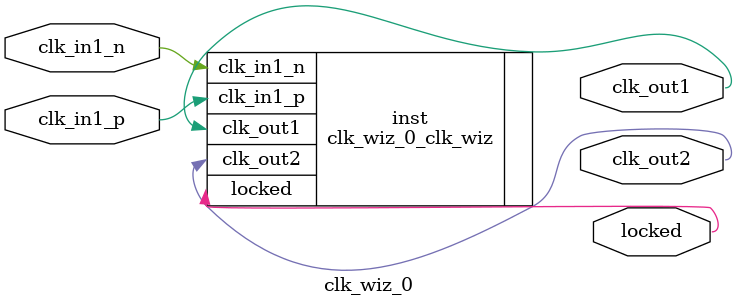
<source format=v>


`timescale 1ps/1ps

(* CORE_GENERATION_INFO = "clk_wiz_0,clk_wiz_v6_0_11_0_0,{component_name=clk_wiz_0,use_phase_alignment=true,use_min_o_jitter=false,use_max_i_jitter=false,use_dyn_phase_shift=false,use_inclk_switchover=false,use_dyn_reconfig=false,enable_axi=0,feedback_source=FDBK_AUTO,PRIMITIVE=MMCM,num_out_clk=2,clkin1_period=5.000,clkin2_period=10.0,use_power_down=false,use_reset=false,use_locked=true,use_inclk_stopped=false,feedback_type=SINGLE,CLOCK_MGR_TYPE=NA,manual_override=false}" *)

module clk_wiz_0 
 (
  // Clock out ports
  output        clk_out1,
  output        clk_out2,
  // Status and control signals
  output        locked,
 // Clock in ports
  input         clk_in1_p,
  input         clk_in1_n
 );

  clk_wiz_0_clk_wiz inst
  (
  // Clock out ports  
  .clk_out1(clk_out1),
  .clk_out2(clk_out2),
  // Status and control signals               
  .locked(locked),
 // Clock in ports
  .clk_in1_p(clk_in1_p),
  .clk_in1_n(clk_in1_n)
  );

endmodule

</source>
